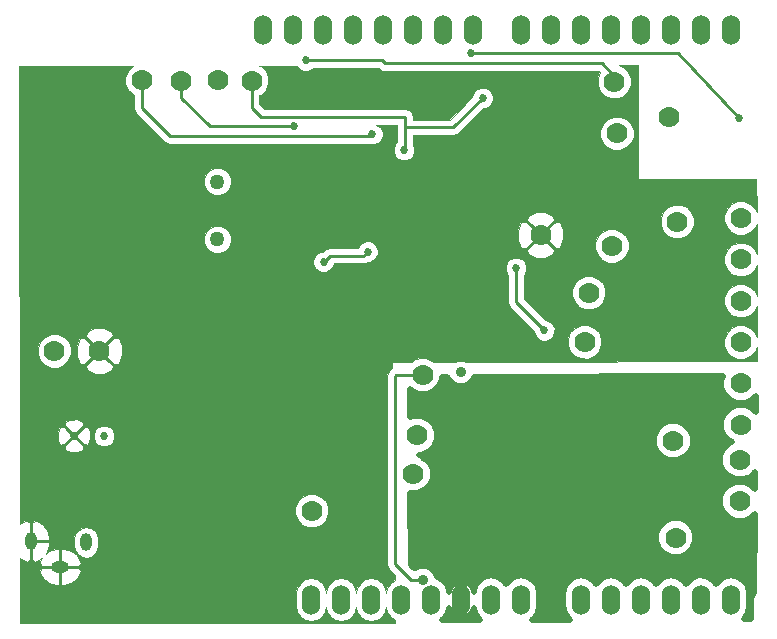
<source format=gbl>
G04 (created by PCBNEW (2013-07-07 BZR 4022)-stable) date 9/13/2014 1:49:31 PM*
%MOIN*%
G04 Gerber Fmt 3.4, Leading zero omitted, Abs format*
%FSLAX34Y34*%
G01*
G70*
G90*
G04 APERTURE LIST*
%ADD10C,0.00590551*%
%ADD11O,0.06X0.1*%
%ADD12C,0.0271654*%
%ADD13C,0.05*%
%ADD14C,0.07*%
%ADD15O,0.0393701X0.0590551*%
%ADD16O,0.0590551X0.0393701*%
%ADD17C,0.035*%
%ADD18C,0.027*%
%ADD19C,0.01*%
%ADD20C,0.001*%
%ADD21C,0.02*%
G04 APERTURE END LIST*
G54D10*
G54D11*
X75852Y-26535D03*
X74852Y-26535D03*
X73852Y-26535D03*
X72852Y-26535D03*
X71852Y-26535D03*
X70852Y-26535D03*
X69852Y-26535D03*
X68852Y-26535D03*
X73452Y-45535D03*
X72452Y-45535D03*
X71452Y-45535D03*
X70452Y-45535D03*
X74452Y-45535D03*
X75452Y-45535D03*
X76452Y-45535D03*
X77452Y-45535D03*
X79452Y-45535D03*
X80452Y-45535D03*
X81452Y-45535D03*
X82452Y-45535D03*
X83452Y-45535D03*
X84452Y-45535D03*
X84452Y-26535D03*
X83452Y-26535D03*
X82452Y-26535D03*
X81452Y-26535D03*
X80452Y-26535D03*
X79452Y-26535D03*
X78452Y-26535D03*
X77452Y-26535D03*
G54D12*
X62539Y-40070D03*
X63547Y-40074D03*
G54D13*
X67326Y-31602D03*
X67326Y-33523D03*
G54D14*
X84771Y-32813D03*
X84771Y-34191D03*
X84771Y-35569D03*
X84771Y-36947D03*
X84771Y-38325D03*
X84771Y-39703D03*
X84732Y-40876D03*
X84732Y-42254D03*
X82650Y-32930D03*
X70470Y-42570D03*
X79700Y-35300D03*
X78100Y-33380D03*
X73980Y-40060D03*
X67340Y-28200D03*
X66120Y-28230D03*
X64810Y-28220D03*
X68460Y-28230D03*
X82362Y-29448D03*
X80551Y-28267D03*
X79560Y-36940D03*
G54D15*
X61102Y-43582D03*
G54D16*
X62086Y-44448D03*
G54D15*
X62952Y-43622D03*
G54D14*
X74173Y-38031D03*
X82519Y-40236D03*
X82598Y-43464D03*
X73850Y-41340D03*
X80472Y-33740D03*
X80641Y-29988D03*
X61889Y-37244D03*
X63385Y-37244D03*
G54D17*
X74173Y-44881D03*
X75433Y-37952D03*
G54D18*
X75767Y-27320D03*
X84704Y-29468D03*
X69890Y-29760D03*
X72490Y-30020D03*
X72330Y-33930D03*
X70860Y-34270D03*
X78220Y-36560D03*
X77280Y-34480D03*
X76161Y-28811D03*
X73543Y-30551D03*
X70260Y-27560D03*
X70280Y-27560D03*
X69980Y-43550D03*
X69970Y-43550D03*
X76645Y-35735D03*
X73710Y-37030D03*
X71365Y-38220D03*
X79180Y-33360D03*
G54D17*
X78600Y-31800D03*
G54D18*
X73250Y-35170D03*
X73116Y-31406D03*
G54D17*
X66600Y-37600D03*
X66500Y-41400D03*
X64003Y-32039D03*
X65279Y-43480D03*
X75210Y-42750D03*
X74251Y-40787D03*
G54D19*
X74173Y-44881D02*
X73781Y-44881D01*
X73288Y-38031D02*
X74173Y-38031D01*
X73240Y-38080D02*
X73288Y-38031D01*
X73240Y-44340D02*
X73240Y-38080D01*
X73781Y-44881D02*
X73240Y-44340D01*
X75767Y-27320D02*
X75748Y-27339D01*
X75846Y-27320D02*
X75767Y-27320D01*
X82677Y-27320D02*
X75846Y-27320D01*
X84704Y-29468D02*
X82677Y-27320D01*
X80452Y-26811D02*
X80452Y-26535D01*
X66120Y-28220D02*
X66120Y-28810D01*
X67070Y-29760D02*
X69890Y-29760D01*
X66120Y-28810D02*
X67070Y-29760D01*
X64810Y-28220D02*
X64810Y-29160D01*
X72430Y-30080D02*
X72490Y-30020D01*
X65730Y-30080D02*
X72430Y-30080D01*
X64810Y-29160D02*
X65730Y-30080D01*
X72190Y-34070D02*
X72330Y-33930D01*
X71060Y-34070D02*
X72190Y-34070D01*
X70860Y-34270D02*
X71060Y-34070D01*
X78220Y-36560D02*
X77280Y-35620D01*
X77280Y-35620D02*
X77280Y-34480D01*
X75181Y-29791D02*
X73580Y-29791D01*
X76161Y-28811D02*
X75181Y-29791D01*
X73580Y-29440D02*
X73580Y-29791D01*
X73580Y-29791D02*
X73580Y-30000D01*
X73580Y-30000D02*
X73580Y-30514D01*
X68460Y-28230D02*
X68460Y-29130D01*
X68770Y-29440D02*
X73580Y-29440D01*
X68460Y-29130D02*
X68770Y-29440D01*
X73580Y-30514D02*
X73543Y-30551D01*
X80551Y-28267D02*
X80551Y-28071D01*
X70260Y-27560D02*
X70240Y-27540D01*
X70280Y-27560D02*
X70260Y-27560D01*
X72820Y-27560D02*
X70280Y-27560D01*
X72920Y-27660D02*
X72820Y-27560D01*
X80140Y-27660D02*
X72920Y-27660D01*
X80551Y-28071D02*
X80140Y-27660D01*
X69970Y-43550D02*
X69980Y-43550D01*
X76645Y-35735D02*
X76645Y-35750D01*
X73250Y-35170D02*
X73250Y-35160D01*
X73116Y-31406D02*
X73103Y-31406D01*
G54D10*
G36*
X85309Y-37573D02*
X83205Y-37583D01*
X83205Y-32820D01*
X83120Y-32616D01*
X82964Y-32459D01*
X82760Y-32375D01*
X82540Y-32374D01*
X82336Y-32459D01*
X82179Y-32615D01*
X82095Y-32819D01*
X82094Y-33039D01*
X82179Y-33243D01*
X82335Y-33400D01*
X82539Y-33484D01*
X82759Y-33485D01*
X82963Y-33400D01*
X83120Y-33244D01*
X83204Y-33040D01*
X83205Y-32820D01*
X83205Y-37583D01*
X81196Y-37591D01*
X81196Y-29878D01*
X81112Y-29674D01*
X80956Y-29517D01*
X80752Y-29433D01*
X80531Y-29433D01*
X80327Y-29517D01*
X80171Y-29673D01*
X80086Y-29877D01*
X80086Y-30098D01*
X80170Y-30302D01*
X80326Y-30458D01*
X80530Y-30543D01*
X80751Y-30543D01*
X80955Y-30458D01*
X81111Y-30302D01*
X81196Y-30099D01*
X81196Y-29878D01*
X81196Y-37591D01*
X81027Y-37592D01*
X81027Y-33630D01*
X80943Y-33426D01*
X80787Y-33269D01*
X80583Y-33185D01*
X80362Y-33185D01*
X80158Y-33269D01*
X80002Y-33425D01*
X79917Y-33629D01*
X79917Y-33850D01*
X80001Y-34054D01*
X80157Y-34210D01*
X80361Y-34295D01*
X80582Y-34295D01*
X80786Y-34210D01*
X80942Y-34054D01*
X81027Y-33851D01*
X81027Y-33630D01*
X81027Y-37592D01*
X80255Y-37595D01*
X80255Y-35190D01*
X80170Y-34986D01*
X80014Y-34829D01*
X79810Y-34745D01*
X79590Y-34744D01*
X79386Y-34829D01*
X79229Y-34985D01*
X79145Y-35189D01*
X79144Y-35409D01*
X79229Y-35613D01*
X79385Y-35770D01*
X79589Y-35854D01*
X79809Y-35855D01*
X80013Y-35770D01*
X80170Y-35614D01*
X80254Y-35410D01*
X80255Y-35190D01*
X80255Y-37595D01*
X80115Y-37596D01*
X80115Y-36830D01*
X80030Y-36626D01*
X79874Y-36469D01*
X79670Y-36385D01*
X79450Y-36384D01*
X79246Y-36469D01*
X79089Y-36625D01*
X79005Y-36829D01*
X79004Y-37049D01*
X79089Y-37253D01*
X79245Y-37410D01*
X79449Y-37494D01*
X79669Y-37495D01*
X79873Y-37410D01*
X80030Y-37254D01*
X80114Y-37050D01*
X80115Y-36830D01*
X80115Y-37596D01*
X78856Y-37602D01*
X78856Y-33520D01*
X78853Y-33220D01*
X78745Y-32960D01*
X78600Y-32936D01*
X78543Y-32992D01*
X78543Y-32879D01*
X78519Y-32734D01*
X78240Y-32623D01*
X77940Y-32626D01*
X77680Y-32734D01*
X77656Y-32879D01*
X78100Y-33323D01*
X78543Y-32879D01*
X78543Y-32992D01*
X78156Y-33380D01*
X78600Y-33823D01*
X78745Y-33799D01*
X78856Y-33520D01*
X78856Y-37602D01*
X78560Y-37603D01*
X78560Y-36492D01*
X78543Y-36452D01*
X78543Y-33880D01*
X78100Y-33436D01*
X78043Y-33493D01*
X78043Y-33380D01*
X77599Y-32936D01*
X77454Y-32960D01*
X77343Y-33239D01*
X77346Y-33539D01*
X77454Y-33799D01*
X77599Y-33823D01*
X78043Y-33380D01*
X78043Y-33493D01*
X77656Y-33880D01*
X77680Y-34025D01*
X77959Y-34136D01*
X78259Y-34133D01*
X78519Y-34025D01*
X78543Y-33880D01*
X78543Y-36452D01*
X78508Y-36367D01*
X78412Y-36271D01*
X78287Y-36220D01*
X78240Y-36220D01*
X77535Y-35514D01*
X77535Y-34705D01*
X77568Y-34672D01*
X77619Y-34547D01*
X77620Y-34412D01*
X77568Y-34287D01*
X77472Y-34191D01*
X77347Y-34140D01*
X77212Y-34139D01*
X77087Y-34191D01*
X76991Y-34287D01*
X76940Y-34412D01*
X76939Y-34547D01*
X76991Y-34672D01*
X77025Y-34705D01*
X77025Y-35620D01*
X77044Y-35717D01*
X77099Y-35800D01*
X77879Y-36580D01*
X77879Y-36627D01*
X77931Y-36752D01*
X78027Y-36848D01*
X78152Y-36899D01*
X78287Y-36900D01*
X78412Y-36848D01*
X78508Y-36752D01*
X78559Y-36627D01*
X78560Y-36492D01*
X78560Y-37603D01*
X75613Y-37616D01*
X75508Y-37572D01*
X75357Y-37572D01*
X75248Y-37617D01*
X74547Y-37620D01*
X74488Y-37561D01*
X74284Y-37476D01*
X74063Y-37476D01*
X73859Y-37560D01*
X73795Y-37624D01*
X73152Y-37626D01*
X73154Y-37820D01*
X73108Y-37851D01*
X73059Y-37899D01*
X73004Y-37982D01*
X72985Y-38080D01*
X72985Y-44340D01*
X73004Y-44437D01*
X73059Y-44520D01*
X73239Y-44699D01*
X73241Y-44867D01*
X73095Y-44964D01*
X72986Y-45128D01*
X72952Y-45296D01*
X72919Y-45128D01*
X72809Y-44964D01*
X72670Y-44871D01*
X72670Y-33862D01*
X72618Y-33737D01*
X72522Y-33641D01*
X72397Y-33590D01*
X72262Y-33589D01*
X72137Y-33641D01*
X72041Y-33737D01*
X72009Y-33815D01*
X71060Y-33815D01*
X70962Y-33834D01*
X70879Y-33889D01*
X70839Y-33929D01*
X70792Y-33929D01*
X70667Y-33981D01*
X70571Y-34077D01*
X70520Y-34202D01*
X70519Y-34337D01*
X70571Y-34462D01*
X70667Y-34558D01*
X70792Y-34609D01*
X70927Y-34610D01*
X71052Y-34558D01*
X71148Y-34462D01*
X71199Y-34337D01*
X71199Y-34325D01*
X72190Y-34325D01*
X72287Y-34305D01*
X72340Y-34270D01*
X72397Y-34270D01*
X72522Y-34218D01*
X72618Y-34122D01*
X72669Y-33997D01*
X72670Y-33862D01*
X72670Y-44871D01*
X72646Y-44855D01*
X72452Y-44816D01*
X72259Y-44855D01*
X72095Y-44964D01*
X71986Y-45128D01*
X71952Y-45296D01*
X71919Y-45128D01*
X71809Y-44964D01*
X71646Y-44855D01*
X71452Y-44816D01*
X71259Y-44855D01*
X71095Y-44964D01*
X71025Y-45070D01*
X71025Y-42460D01*
X70940Y-42256D01*
X70784Y-42099D01*
X70580Y-42015D01*
X70360Y-42014D01*
X70156Y-42099D01*
X69999Y-42255D01*
X69915Y-42459D01*
X69914Y-42679D01*
X69999Y-42883D01*
X70155Y-43040D01*
X70359Y-43124D01*
X70579Y-43125D01*
X70783Y-43040D01*
X70940Y-42884D01*
X71024Y-42680D01*
X71025Y-42460D01*
X71025Y-45070D01*
X70986Y-45128D01*
X70952Y-45296D01*
X70919Y-45128D01*
X70809Y-44964D01*
X70646Y-44855D01*
X70452Y-44816D01*
X70259Y-44855D01*
X70095Y-44964D01*
X69986Y-45128D01*
X69947Y-45321D01*
X69947Y-45749D01*
X69986Y-45942D01*
X70095Y-46106D01*
X70259Y-46215D01*
X70452Y-46254D01*
X70646Y-46215D01*
X70809Y-46106D01*
X70919Y-45942D01*
X70952Y-45774D01*
X70986Y-45942D01*
X71095Y-46106D01*
X71259Y-46215D01*
X71452Y-46254D01*
X71646Y-46215D01*
X71809Y-46106D01*
X71919Y-45942D01*
X71952Y-45774D01*
X71986Y-45942D01*
X72095Y-46106D01*
X72259Y-46215D01*
X72452Y-46254D01*
X72646Y-46215D01*
X72809Y-46106D01*
X72919Y-45942D01*
X72952Y-45774D01*
X72986Y-45942D01*
X73095Y-46106D01*
X73257Y-46214D01*
X73258Y-46307D01*
X67781Y-46307D01*
X67781Y-33433D01*
X67781Y-31512D01*
X67712Y-31344D01*
X67584Y-31216D01*
X67417Y-31147D01*
X67236Y-31147D01*
X67069Y-31216D01*
X66941Y-31344D01*
X66871Y-31511D01*
X66871Y-31692D01*
X66940Y-31859D01*
X67068Y-31987D01*
X67235Y-32057D01*
X67416Y-32057D01*
X67584Y-31988D01*
X67712Y-31860D01*
X67781Y-31693D01*
X67781Y-31512D01*
X67781Y-33433D01*
X67712Y-33266D01*
X67584Y-33138D01*
X67417Y-33068D01*
X67236Y-33068D01*
X67069Y-33137D01*
X66941Y-33265D01*
X66871Y-33432D01*
X66871Y-33613D01*
X66940Y-33781D01*
X67068Y-33909D01*
X67235Y-33978D01*
X67416Y-33978D01*
X67584Y-33909D01*
X67712Y-33781D01*
X67781Y-33614D01*
X67781Y-33433D01*
X67781Y-46307D01*
X64142Y-46307D01*
X64142Y-37384D01*
X64138Y-37084D01*
X64031Y-36824D01*
X63885Y-36800D01*
X63829Y-36857D01*
X63829Y-36743D01*
X63805Y-36598D01*
X63526Y-36487D01*
X63226Y-36491D01*
X62966Y-36598D01*
X62942Y-36743D01*
X63385Y-37187D01*
X63829Y-36743D01*
X63829Y-36857D01*
X63442Y-37244D01*
X63885Y-37687D01*
X64031Y-37663D01*
X64142Y-37384D01*
X64142Y-46307D01*
X63888Y-46307D01*
X63888Y-40007D01*
X63836Y-39881D01*
X63829Y-39875D01*
X63829Y-37744D01*
X63385Y-37300D01*
X63329Y-37357D01*
X63329Y-37244D01*
X62885Y-36800D01*
X62740Y-36824D01*
X62628Y-37103D01*
X62632Y-37403D01*
X62740Y-37663D01*
X62885Y-37687D01*
X63329Y-37244D01*
X63329Y-37357D01*
X62942Y-37744D01*
X62966Y-37889D01*
X63245Y-38000D01*
X63545Y-37997D01*
X63805Y-37889D01*
X63829Y-37744D01*
X63829Y-39875D01*
X63740Y-39786D01*
X63615Y-39734D01*
X63479Y-39733D01*
X63354Y-39785D01*
X63258Y-39881D01*
X63206Y-40006D01*
X63206Y-40142D01*
X63258Y-40267D01*
X63353Y-40363D01*
X63479Y-40415D01*
X63614Y-40415D01*
X63740Y-40363D01*
X63836Y-40268D01*
X63888Y-40142D01*
X63888Y-40007D01*
X63888Y-46307D01*
X63354Y-46307D01*
X63354Y-43730D01*
X63354Y-43513D01*
X63324Y-43360D01*
X63236Y-43229D01*
X63106Y-43142D01*
X63083Y-43137D01*
X63083Y-40160D01*
X63076Y-39945D01*
X63007Y-39779D01*
X62884Y-39782D01*
X62830Y-39836D01*
X62830Y-39602D01*
X62628Y-39526D01*
X62444Y-39532D01*
X62444Y-37134D01*
X62360Y-36930D01*
X62204Y-36773D01*
X62000Y-36689D01*
X61779Y-36688D01*
X61575Y-36773D01*
X61419Y-36929D01*
X61334Y-37133D01*
X61334Y-37354D01*
X61418Y-37558D01*
X61574Y-37714D01*
X61778Y-37798D01*
X61999Y-37799D01*
X62203Y-37714D01*
X62359Y-37558D01*
X62444Y-37354D01*
X62444Y-37134D01*
X62444Y-39532D01*
X62413Y-39533D01*
X62248Y-39602D01*
X62250Y-39725D01*
X62539Y-40014D01*
X62828Y-39725D01*
X62830Y-39602D01*
X62830Y-39836D01*
X62595Y-40070D01*
X62884Y-40359D01*
X63007Y-40361D01*
X63083Y-40160D01*
X63083Y-43137D01*
X62952Y-43111D01*
X62830Y-43136D01*
X62830Y-40539D01*
X62828Y-40416D01*
X62539Y-40127D01*
X62482Y-40184D01*
X62482Y-40070D01*
X62194Y-39782D01*
X62070Y-39779D01*
X61995Y-39981D01*
X62002Y-40196D01*
X62070Y-40361D01*
X62194Y-40359D01*
X62482Y-40070D01*
X62482Y-40184D01*
X62250Y-40416D01*
X62248Y-40539D01*
X62449Y-40614D01*
X62664Y-40607D01*
X62830Y-40539D01*
X62830Y-43136D01*
X62798Y-43142D01*
X62668Y-43229D01*
X62581Y-43360D01*
X62550Y-43513D01*
X62550Y-43730D01*
X62581Y-43884D01*
X62668Y-44014D01*
X62798Y-44101D01*
X62952Y-44132D01*
X63106Y-44101D01*
X63236Y-44014D01*
X63324Y-43884D01*
X63354Y-43730D01*
X63354Y-46307D01*
X62771Y-46307D01*
X62771Y-44582D01*
X62771Y-44315D01*
X62756Y-44255D01*
X62638Y-44051D01*
X62452Y-43908D01*
X62225Y-43846D01*
X62126Y-43846D01*
X62126Y-44408D01*
X62684Y-44408D01*
X62771Y-44315D01*
X62771Y-44582D01*
X62684Y-44488D01*
X62126Y-44488D01*
X62126Y-45050D01*
X62225Y-45050D01*
X62452Y-44989D01*
X62638Y-44846D01*
X62756Y-44642D01*
X62771Y-44582D01*
X62771Y-46307D01*
X62046Y-46307D01*
X62046Y-45050D01*
X62046Y-44488D01*
X62046Y-44408D01*
X62046Y-43846D01*
X61948Y-43846D01*
X61720Y-43908D01*
X61606Y-43996D01*
X61643Y-43948D01*
X61704Y-43721D01*
X61704Y-43622D01*
X61704Y-43542D01*
X61704Y-43444D01*
X61643Y-43216D01*
X61499Y-43030D01*
X61295Y-42912D01*
X61235Y-42897D01*
X61142Y-42985D01*
X61142Y-43542D01*
X61704Y-43542D01*
X61704Y-43622D01*
X61142Y-43622D01*
X61142Y-44180D01*
X61235Y-44267D01*
X61295Y-44252D01*
X61479Y-44146D01*
X61416Y-44255D01*
X61401Y-44315D01*
X61489Y-44408D01*
X62046Y-44408D01*
X62046Y-44488D01*
X61489Y-44488D01*
X61401Y-44582D01*
X61416Y-44642D01*
X61534Y-44846D01*
X61720Y-44989D01*
X61948Y-45050D01*
X62046Y-45050D01*
X62046Y-46307D01*
X60743Y-46307D01*
X60740Y-44155D01*
X60908Y-44252D01*
X60968Y-44267D01*
X61062Y-44180D01*
X61062Y-43622D01*
X61054Y-43622D01*
X61054Y-43542D01*
X61062Y-43542D01*
X61062Y-42985D01*
X60968Y-42897D01*
X60908Y-42912D01*
X60739Y-43010D01*
X60723Y-27745D01*
X64514Y-27741D01*
X64496Y-27749D01*
X64339Y-27905D01*
X64255Y-28109D01*
X64254Y-28329D01*
X64339Y-28533D01*
X64495Y-28690D01*
X64555Y-28715D01*
X64555Y-29160D01*
X64574Y-29257D01*
X64629Y-29340D01*
X65549Y-30260D01*
X65632Y-30315D01*
X65730Y-30335D01*
X72362Y-30335D01*
X72422Y-30359D01*
X72557Y-30360D01*
X72682Y-30308D01*
X72778Y-30212D01*
X72829Y-30087D01*
X72830Y-29952D01*
X72778Y-29827D01*
X72682Y-29731D01*
X72593Y-29695D01*
X73325Y-29695D01*
X73325Y-29791D01*
X73325Y-30000D01*
X73325Y-30288D01*
X73255Y-30358D01*
X73203Y-30483D01*
X73203Y-30618D01*
X73254Y-30743D01*
X73350Y-30839D01*
X73475Y-30891D01*
X73610Y-30891D01*
X73735Y-30839D01*
X73831Y-30744D01*
X73883Y-30619D01*
X73883Y-30483D01*
X73835Y-30366D01*
X73835Y-30046D01*
X75181Y-30046D01*
X75278Y-30026D01*
X75361Y-29971D01*
X76182Y-29151D01*
X76228Y-29151D01*
X76353Y-29099D01*
X76449Y-29003D01*
X76501Y-28878D01*
X76501Y-28743D01*
X76449Y-28618D01*
X76354Y-28522D01*
X76229Y-28471D01*
X76094Y-28470D01*
X75969Y-28522D01*
X75873Y-28618D01*
X75821Y-28743D01*
X75821Y-28790D01*
X75075Y-29536D01*
X73835Y-29536D01*
X73835Y-29440D01*
X73815Y-29342D01*
X73760Y-29259D01*
X73677Y-29204D01*
X73580Y-29185D01*
X68875Y-29185D01*
X68715Y-29024D01*
X68715Y-28725D01*
X68773Y-28700D01*
X68930Y-28544D01*
X69014Y-28340D01*
X69015Y-28120D01*
X68930Y-27916D01*
X68774Y-27759D01*
X68721Y-27737D01*
X69964Y-27736D01*
X69971Y-27752D01*
X70067Y-27848D01*
X70192Y-27899D01*
X70327Y-27900D01*
X70327Y-27900D01*
X70347Y-27900D01*
X70472Y-27848D01*
X70505Y-27815D01*
X72714Y-27815D01*
X72739Y-27840D01*
X72822Y-27895D01*
X72920Y-27915D01*
X80034Y-27915D01*
X80078Y-27959D01*
X79996Y-28156D01*
X79996Y-28377D01*
X80080Y-28581D01*
X80236Y-28737D01*
X80440Y-28822D01*
X80661Y-28822D01*
X80865Y-28738D01*
X81021Y-28582D01*
X81106Y-28378D01*
X81106Y-28157D01*
X81021Y-27953D01*
X80865Y-27797D01*
X80694Y-27726D01*
X81353Y-27725D01*
X81333Y-31510D01*
X85290Y-31510D01*
X85293Y-32624D01*
X85242Y-32499D01*
X85086Y-32343D01*
X84882Y-32258D01*
X84661Y-32258D01*
X84457Y-32342D01*
X84301Y-32498D01*
X84216Y-32702D01*
X84216Y-32923D01*
X84300Y-33127D01*
X84456Y-33283D01*
X84660Y-33368D01*
X84881Y-33368D01*
X85085Y-33284D01*
X85241Y-33128D01*
X85295Y-32999D01*
X85298Y-34013D01*
X85242Y-33877D01*
X85086Y-33721D01*
X84882Y-33636D01*
X84661Y-33636D01*
X84457Y-33720D01*
X84301Y-33876D01*
X84216Y-34080D01*
X84216Y-34301D01*
X84300Y-34505D01*
X84456Y-34661D01*
X84660Y-34746D01*
X84881Y-34746D01*
X85085Y-34662D01*
X85241Y-34506D01*
X85299Y-34367D01*
X85302Y-35402D01*
X85242Y-35255D01*
X85086Y-35099D01*
X84882Y-35014D01*
X84661Y-35014D01*
X84457Y-35098D01*
X84301Y-35254D01*
X84216Y-35458D01*
X84216Y-35679D01*
X84300Y-35883D01*
X84456Y-36039D01*
X84660Y-36124D01*
X84881Y-36124D01*
X85085Y-36040D01*
X85241Y-35884D01*
X85303Y-35734D01*
X85307Y-36791D01*
X85242Y-36633D01*
X85086Y-36477D01*
X84882Y-36392D01*
X84661Y-36392D01*
X84457Y-36476D01*
X84301Y-36632D01*
X84216Y-36836D01*
X84216Y-37057D01*
X84300Y-37261D01*
X84456Y-37417D01*
X84660Y-37502D01*
X84881Y-37502D01*
X85085Y-37418D01*
X85241Y-37262D01*
X85308Y-37101D01*
X85309Y-37573D01*
X85309Y-37573D01*
G37*
G54D20*
X85309Y-37573D02*
X83205Y-37583D01*
X83205Y-32820D01*
X83120Y-32616D01*
X82964Y-32459D01*
X82760Y-32375D01*
X82540Y-32374D01*
X82336Y-32459D01*
X82179Y-32615D01*
X82095Y-32819D01*
X82094Y-33039D01*
X82179Y-33243D01*
X82335Y-33400D01*
X82539Y-33484D01*
X82759Y-33485D01*
X82963Y-33400D01*
X83120Y-33244D01*
X83204Y-33040D01*
X83205Y-32820D01*
X83205Y-37583D01*
X81196Y-37591D01*
X81196Y-29878D01*
X81112Y-29674D01*
X80956Y-29517D01*
X80752Y-29433D01*
X80531Y-29433D01*
X80327Y-29517D01*
X80171Y-29673D01*
X80086Y-29877D01*
X80086Y-30098D01*
X80170Y-30302D01*
X80326Y-30458D01*
X80530Y-30543D01*
X80751Y-30543D01*
X80955Y-30458D01*
X81111Y-30302D01*
X81196Y-30099D01*
X81196Y-29878D01*
X81196Y-37591D01*
X81027Y-37592D01*
X81027Y-33630D01*
X80943Y-33426D01*
X80787Y-33269D01*
X80583Y-33185D01*
X80362Y-33185D01*
X80158Y-33269D01*
X80002Y-33425D01*
X79917Y-33629D01*
X79917Y-33850D01*
X80001Y-34054D01*
X80157Y-34210D01*
X80361Y-34295D01*
X80582Y-34295D01*
X80786Y-34210D01*
X80942Y-34054D01*
X81027Y-33851D01*
X81027Y-33630D01*
X81027Y-37592D01*
X80255Y-37595D01*
X80255Y-35190D01*
X80170Y-34986D01*
X80014Y-34829D01*
X79810Y-34745D01*
X79590Y-34744D01*
X79386Y-34829D01*
X79229Y-34985D01*
X79145Y-35189D01*
X79144Y-35409D01*
X79229Y-35613D01*
X79385Y-35770D01*
X79589Y-35854D01*
X79809Y-35855D01*
X80013Y-35770D01*
X80170Y-35614D01*
X80254Y-35410D01*
X80255Y-35190D01*
X80255Y-37595D01*
X80115Y-37596D01*
X80115Y-36830D01*
X80030Y-36626D01*
X79874Y-36469D01*
X79670Y-36385D01*
X79450Y-36384D01*
X79246Y-36469D01*
X79089Y-36625D01*
X79005Y-36829D01*
X79004Y-37049D01*
X79089Y-37253D01*
X79245Y-37410D01*
X79449Y-37494D01*
X79669Y-37495D01*
X79873Y-37410D01*
X80030Y-37254D01*
X80114Y-37050D01*
X80115Y-36830D01*
X80115Y-37596D01*
X78856Y-37602D01*
X78856Y-33520D01*
X78853Y-33220D01*
X78745Y-32960D01*
X78600Y-32936D01*
X78543Y-32992D01*
X78543Y-32879D01*
X78519Y-32734D01*
X78240Y-32623D01*
X77940Y-32626D01*
X77680Y-32734D01*
X77656Y-32879D01*
X78100Y-33323D01*
X78543Y-32879D01*
X78543Y-32992D01*
X78156Y-33380D01*
X78600Y-33823D01*
X78745Y-33799D01*
X78856Y-33520D01*
X78856Y-37602D01*
X78560Y-37603D01*
X78560Y-36492D01*
X78543Y-36452D01*
X78543Y-33880D01*
X78100Y-33436D01*
X78043Y-33493D01*
X78043Y-33380D01*
X77599Y-32936D01*
X77454Y-32960D01*
X77343Y-33239D01*
X77346Y-33539D01*
X77454Y-33799D01*
X77599Y-33823D01*
X78043Y-33380D01*
X78043Y-33493D01*
X77656Y-33880D01*
X77680Y-34025D01*
X77959Y-34136D01*
X78259Y-34133D01*
X78519Y-34025D01*
X78543Y-33880D01*
X78543Y-36452D01*
X78508Y-36367D01*
X78412Y-36271D01*
X78287Y-36220D01*
X78240Y-36220D01*
X77535Y-35514D01*
X77535Y-34705D01*
X77568Y-34672D01*
X77619Y-34547D01*
X77620Y-34412D01*
X77568Y-34287D01*
X77472Y-34191D01*
X77347Y-34140D01*
X77212Y-34139D01*
X77087Y-34191D01*
X76991Y-34287D01*
X76940Y-34412D01*
X76939Y-34547D01*
X76991Y-34672D01*
X77025Y-34705D01*
X77025Y-35620D01*
X77044Y-35717D01*
X77099Y-35800D01*
X77879Y-36580D01*
X77879Y-36627D01*
X77931Y-36752D01*
X78027Y-36848D01*
X78152Y-36899D01*
X78287Y-36900D01*
X78412Y-36848D01*
X78508Y-36752D01*
X78559Y-36627D01*
X78560Y-36492D01*
X78560Y-37603D01*
X75613Y-37616D01*
X75508Y-37572D01*
X75357Y-37572D01*
X75248Y-37617D01*
X74547Y-37620D01*
X74488Y-37561D01*
X74284Y-37476D01*
X74063Y-37476D01*
X73859Y-37560D01*
X73795Y-37624D01*
X73152Y-37626D01*
X73154Y-37820D01*
X73108Y-37851D01*
X73059Y-37899D01*
X73004Y-37982D01*
X72985Y-38080D01*
X72985Y-44340D01*
X73004Y-44437D01*
X73059Y-44520D01*
X73239Y-44699D01*
X73241Y-44867D01*
X73095Y-44964D01*
X72986Y-45128D01*
X72952Y-45296D01*
X72919Y-45128D01*
X72809Y-44964D01*
X72670Y-44871D01*
X72670Y-33862D01*
X72618Y-33737D01*
X72522Y-33641D01*
X72397Y-33590D01*
X72262Y-33589D01*
X72137Y-33641D01*
X72041Y-33737D01*
X72009Y-33815D01*
X71060Y-33815D01*
X70962Y-33834D01*
X70879Y-33889D01*
X70839Y-33929D01*
X70792Y-33929D01*
X70667Y-33981D01*
X70571Y-34077D01*
X70520Y-34202D01*
X70519Y-34337D01*
X70571Y-34462D01*
X70667Y-34558D01*
X70792Y-34609D01*
X70927Y-34610D01*
X71052Y-34558D01*
X71148Y-34462D01*
X71199Y-34337D01*
X71199Y-34325D01*
X72190Y-34325D01*
X72287Y-34305D01*
X72340Y-34270D01*
X72397Y-34270D01*
X72522Y-34218D01*
X72618Y-34122D01*
X72669Y-33997D01*
X72670Y-33862D01*
X72670Y-44871D01*
X72646Y-44855D01*
X72452Y-44816D01*
X72259Y-44855D01*
X72095Y-44964D01*
X71986Y-45128D01*
X71952Y-45296D01*
X71919Y-45128D01*
X71809Y-44964D01*
X71646Y-44855D01*
X71452Y-44816D01*
X71259Y-44855D01*
X71095Y-44964D01*
X71025Y-45070D01*
X71025Y-42460D01*
X70940Y-42256D01*
X70784Y-42099D01*
X70580Y-42015D01*
X70360Y-42014D01*
X70156Y-42099D01*
X69999Y-42255D01*
X69915Y-42459D01*
X69914Y-42679D01*
X69999Y-42883D01*
X70155Y-43040D01*
X70359Y-43124D01*
X70579Y-43125D01*
X70783Y-43040D01*
X70940Y-42884D01*
X71024Y-42680D01*
X71025Y-42460D01*
X71025Y-45070D01*
X70986Y-45128D01*
X70952Y-45296D01*
X70919Y-45128D01*
X70809Y-44964D01*
X70646Y-44855D01*
X70452Y-44816D01*
X70259Y-44855D01*
X70095Y-44964D01*
X69986Y-45128D01*
X69947Y-45321D01*
X69947Y-45749D01*
X69986Y-45942D01*
X70095Y-46106D01*
X70259Y-46215D01*
X70452Y-46254D01*
X70646Y-46215D01*
X70809Y-46106D01*
X70919Y-45942D01*
X70952Y-45774D01*
X70986Y-45942D01*
X71095Y-46106D01*
X71259Y-46215D01*
X71452Y-46254D01*
X71646Y-46215D01*
X71809Y-46106D01*
X71919Y-45942D01*
X71952Y-45774D01*
X71986Y-45942D01*
X72095Y-46106D01*
X72259Y-46215D01*
X72452Y-46254D01*
X72646Y-46215D01*
X72809Y-46106D01*
X72919Y-45942D01*
X72952Y-45774D01*
X72986Y-45942D01*
X73095Y-46106D01*
X73257Y-46214D01*
X73258Y-46307D01*
X67781Y-46307D01*
X67781Y-33433D01*
X67781Y-31512D01*
X67712Y-31344D01*
X67584Y-31216D01*
X67417Y-31147D01*
X67236Y-31147D01*
X67069Y-31216D01*
X66941Y-31344D01*
X66871Y-31511D01*
X66871Y-31692D01*
X66940Y-31859D01*
X67068Y-31987D01*
X67235Y-32057D01*
X67416Y-32057D01*
X67584Y-31988D01*
X67712Y-31860D01*
X67781Y-31693D01*
X67781Y-31512D01*
X67781Y-33433D01*
X67712Y-33266D01*
X67584Y-33138D01*
X67417Y-33068D01*
X67236Y-33068D01*
X67069Y-33137D01*
X66941Y-33265D01*
X66871Y-33432D01*
X66871Y-33613D01*
X66940Y-33781D01*
X67068Y-33909D01*
X67235Y-33978D01*
X67416Y-33978D01*
X67584Y-33909D01*
X67712Y-33781D01*
X67781Y-33614D01*
X67781Y-33433D01*
X67781Y-46307D01*
X64142Y-46307D01*
X64142Y-37384D01*
X64138Y-37084D01*
X64031Y-36824D01*
X63885Y-36800D01*
X63829Y-36857D01*
X63829Y-36743D01*
X63805Y-36598D01*
X63526Y-36487D01*
X63226Y-36491D01*
X62966Y-36598D01*
X62942Y-36743D01*
X63385Y-37187D01*
X63829Y-36743D01*
X63829Y-36857D01*
X63442Y-37244D01*
X63885Y-37687D01*
X64031Y-37663D01*
X64142Y-37384D01*
X64142Y-46307D01*
X63888Y-46307D01*
X63888Y-40007D01*
X63836Y-39881D01*
X63829Y-39875D01*
X63829Y-37744D01*
X63385Y-37300D01*
X63329Y-37357D01*
X63329Y-37244D01*
X62885Y-36800D01*
X62740Y-36824D01*
X62628Y-37103D01*
X62632Y-37403D01*
X62740Y-37663D01*
X62885Y-37687D01*
X63329Y-37244D01*
X63329Y-37357D01*
X62942Y-37744D01*
X62966Y-37889D01*
X63245Y-38000D01*
X63545Y-37997D01*
X63805Y-37889D01*
X63829Y-37744D01*
X63829Y-39875D01*
X63740Y-39786D01*
X63615Y-39734D01*
X63479Y-39733D01*
X63354Y-39785D01*
X63258Y-39881D01*
X63206Y-40006D01*
X63206Y-40142D01*
X63258Y-40267D01*
X63353Y-40363D01*
X63479Y-40415D01*
X63614Y-40415D01*
X63740Y-40363D01*
X63836Y-40268D01*
X63888Y-40142D01*
X63888Y-40007D01*
X63888Y-46307D01*
X63354Y-46307D01*
X63354Y-43730D01*
X63354Y-43513D01*
X63324Y-43360D01*
X63236Y-43229D01*
X63106Y-43142D01*
X63083Y-43137D01*
X63083Y-40160D01*
X63076Y-39945D01*
X63007Y-39779D01*
X62884Y-39782D01*
X62830Y-39836D01*
X62830Y-39602D01*
X62628Y-39526D01*
X62444Y-39532D01*
X62444Y-37134D01*
X62360Y-36930D01*
X62204Y-36773D01*
X62000Y-36689D01*
X61779Y-36688D01*
X61575Y-36773D01*
X61419Y-36929D01*
X61334Y-37133D01*
X61334Y-37354D01*
X61418Y-37558D01*
X61574Y-37714D01*
X61778Y-37798D01*
X61999Y-37799D01*
X62203Y-37714D01*
X62359Y-37558D01*
X62444Y-37354D01*
X62444Y-37134D01*
X62444Y-39532D01*
X62413Y-39533D01*
X62248Y-39602D01*
X62250Y-39725D01*
X62539Y-40014D01*
X62828Y-39725D01*
X62830Y-39602D01*
X62830Y-39836D01*
X62595Y-40070D01*
X62884Y-40359D01*
X63007Y-40361D01*
X63083Y-40160D01*
X63083Y-43137D01*
X62952Y-43111D01*
X62830Y-43136D01*
X62830Y-40539D01*
X62828Y-40416D01*
X62539Y-40127D01*
X62482Y-40184D01*
X62482Y-40070D01*
X62194Y-39782D01*
X62070Y-39779D01*
X61995Y-39981D01*
X62002Y-40196D01*
X62070Y-40361D01*
X62194Y-40359D01*
X62482Y-40070D01*
X62482Y-40184D01*
X62250Y-40416D01*
X62248Y-40539D01*
X62449Y-40614D01*
X62664Y-40607D01*
X62830Y-40539D01*
X62830Y-43136D01*
X62798Y-43142D01*
X62668Y-43229D01*
X62581Y-43360D01*
X62550Y-43513D01*
X62550Y-43730D01*
X62581Y-43884D01*
X62668Y-44014D01*
X62798Y-44101D01*
X62952Y-44132D01*
X63106Y-44101D01*
X63236Y-44014D01*
X63324Y-43884D01*
X63354Y-43730D01*
X63354Y-46307D01*
X62771Y-46307D01*
X62771Y-44582D01*
X62771Y-44315D01*
X62756Y-44255D01*
X62638Y-44051D01*
X62452Y-43908D01*
X62225Y-43846D01*
X62126Y-43846D01*
X62126Y-44408D01*
X62684Y-44408D01*
X62771Y-44315D01*
X62771Y-44582D01*
X62684Y-44488D01*
X62126Y-44488D01*
X62126Y-45050D01*
X62225Y-45050D01*
X62452Y-44989D01*
X62638Y-44846D01*
X62756Y-44642D01*
X62771Y-44582D01*
X62771Y-46307D01*
X62046Y-46307D01*
X62046Y-45050D01*
X62046Y-44488D01*
X62046Y-44408D01*
X62046Y-43846D01*
X61948Y-43846D01*
X61720Y-43908D01*
X61606Y-43996D01*
X61643Y-43948D01*
X61704Y-43721D01*
X61704Y-43622D01*
X61704Y-43542D01*
X61704Y-43444D01*
X61643Y-43216D01*
X61499Y-43030D01*
X61295Y-42912D01*
X61235Y-42897D01*
X61142Y-42985D01*
X61142Y-43542D01*
X61704Y-43542D01*
X61704Y-43622D01*
X61142Y-43622D01*
X61142Y-44180D01*
X61235Y-44267D01*
X61295Y-44252D01*
X61479Y-44146D01*
X61416Y-44255D01*
X61401Y-44315D01*
X61489Y-44408D01*
X62046Y-44408D01*
X62046Y-44488D01*
X61489Y-44488D01*
X61401Y-44582D01*
X61416Y-44642D01*
X61534Y-44846D01*
X61720Y-44989D01*
X61948Y-45050D01*
X62046Y-45050D01*
X62046Y-46307D01*
X60743Y-46307D01*
X60740Y-44155D01*
X60908Y-44252D01*
X60968Y-44267D01*
X61062Y-44180D01*
X61062Y-43622D01*
X61054Y-43622D01*
X61054Y-43542D01*
X61062Y-43542D01*
X61062Y-42985D01*
X60968Y-42897D01*
X60908Y-42912D01*
X60739Y-43010D01*
X60723Y-27745D01*
X64514Y-27741D01*
X64496Y-27749D01*
X64339Y-27905D01*
X64255Y-28109D01*
X64254Y-28329D01*
X64339Y-28533D01*
X64495Y-28690D01*
X64555Y-28715D01*
X64555Y-29160D01*
X64574Y-29257D01*
X64629Y-29340D01*
X65549Y-30260D01*
X65632Y-30315D01*
X65730Y-30335D01*
X72362Y-30335D01*
X72422Y-30359D01*
X72557Y-30360D01*
X72682Y-30308D01*
X72778Y-30212D01*
X72829Y-30087D01*
X72830Y-29952D01*
X72778Y-29827D01*
X72682Y-29731D01*
X72593Y-29695D01*
X73325Y-29695D01*
X73325Y-29791D01*
X73325Y-30000D01*
X73325Y-30288D01*
X73255Y-30358D01*
X73203Y-30483D01*
X73203Y-30618D01*
X73254Y-30743D01*
X73350Y-30839D01*
X73475Y-30891D01*
X73610Y-30891D01*
X73735Y-30839D01*
X73831Y-30744D01*
X73883Y-30619D01*
X73883Y-30483D01*
X73835Y-30366D01*
X73835Y-30046D01*
X75181Y-30046D01*
X75278Y-30026D01*
X75361Y-29971D01*
X76182Y-29151D01*
X76228Y-29151D01*
X76353Y-29099D01*
X76449Y-29003D01*
X76501Y-28878D01*
X76501Y-28743D01*
X76449Y-28618D01*
X76354Y-28522D01*
X76229Y-28471D01*
X76094Y-28470D01*
X75969Y-28522D01*
X75873Y-28618D01*
X75821Y-28743D01*
X75821Y-28790D01*
X75075Y-29536D01*
X73835Y-29536D01*
X73835Y-29440D01*
X73815Y-29342D01*
X73760Y-29259D01*
X73677Y-29204D01*
X73580Y-29185D01*
X68875Y-29185D01*
X68715Y-29024D01*
X68715Y-28725D01*
X68773Y-28700D01*
X68930Y-28544D01*
X69014Y-28340D01*
X69015Y-28120D01*
X68930Y-27916D01*
X68774Y-27759D01*
X68721Y-27737D01*
X69964Y-27736D01*
X69971Y-27752D01*
X70067Y-27848D01*
X70192Y-27899D01*
X70327Y-27900D01*
X70327Y-27900D01*
X70347Y-27900D01*
X70472Y-27848D01*
X70505Y-27815D01*
X72714Y-27815D01*
X72739Y-27840D01*
X72822Y-27895D01*
X72920Y-27915D01*
X80034Y-27915D01*
X80078Y-27959D01*
X79996Y-28156D01*
X79996Y-28377D01*
X80080Y-28581D01*
X80236Y-28737D01*
X80440Y-28822D01*
X80661Y-28822D01*
X80865Y-28738D01*
X81021Y-28582D01*
X81106Y-28378D01*
X81106Y-28157D01*
X81021Y-27953D01*
X80865Y-27797D01*
X80694Y-27726D01*
X81353Y-27725D01*
X81333Y-31510D01*
X85290Y-31510D01*
X85293Y-32624D01*
X85242Y-32499D01*
X85086Y-32343D01*
X84882Y-32258D01*
X84661Y-32258D01*
X84457Y-32342D01*
X84301Y-32498D01*
X84216Y-32702D01*
X84216Y-32923D01*
X84300Y-33127D01*
X84456Y-33283D01*
X84660Y-33368D01*
X84881Y-33368D01*
X85085Y-33284D01*
X85241Y-33128D01*
X85295Y-32999D01*
X85298Y-34013D01*
X85242Y-33877D01*
X85086Y-33721D01*
X84882Y-33636D01*
X84661Y-33636D01*
X84457Y-33720D01*
X84301Y-33876D01*
X84216Y-34080D01*
X84216Y-34301D01*
X84300Y-34505D01*
X84456Y-34661D01*
X84660Y-34746D01*
X84881Y-34746D01*
X85085Y-34662D01*
X85241Y-34506D01*
X85299Y-34367D01*
X85302Y-35402D01*
X85242Y-35255D01*
X85086Y-35099D01*
X84882Y-35014D01*
X84661Y-35014D01*
X84457Y-35098D01*
X84301Y-35254D01*
X84216Y-35458D01*
X84216Y-35679D01*
X84300Y-35883D01*
X84456Y-36039D01*
X84660Y-36124D01*
X84881Y-36124D01*
X85085Y-36040D01*
X85241Y-35884D01*
X85303Y-35734D01*
X85307Y-36791D01*
X85242Y-36633D01*
X85086Y-36477D01*
X84882Y-36392D01*
X84661Y-36392D01*
X84457Y-36476D01*
X84301Y-36632D01*
X84216Y-36836D01*
X84216Y-37057D01*
X84300Y-37261D01*
X84456Y-37417D01*
X84660Y-37502D01*
X84881Y-37502D01*
X85085Y-37418D01*
X85241Y-37262D01*
X85308Y-37101D01*
X85309Y-37573D01*
G54D10*
G36*
X85273Y-38742D02*
X85269Y-39281D01*
X85140Y-39152D01*
X84901Y-39053D01*
X84642Y-39053D01*
X84403Y-39152D01*
X84220Y-39334D01*
X84121Y-39573D01*
X84121Y-39832D01*
X84220Y-40071D01*
X84402Y-40254D01*
X84469Y-40281D01*
X84364Y-40325D01*
X84181Y-40508D01*
X84082Y-40746D01*
X84081Y-41005D01*
X84180Y-41244D01*
X84363Y-41427D01*
X84602Y-41526D01*
X84860Y-41526D01*
X85099Y-41428D01*
X85252Y-41275D01*
X85247Y-41850D01*
X85100Y-41703D01*
X84861Y-41604D01*
X84603Y-41604D01*
X84364Y-41703D01*
X84181Y-41885D01*
X84082Y-42124D01*
X84081Y-42383D01*
X84180Y-42622D01*
X84363Y-42805D01*
X84602Y-42904D01*
X84860Y-42904D01*
X85099Y-42806D01*
X85240Y-42665D01*
X85218Y-45308D01*
X85148Y-45413D01*
X85123Y-45540D01*
X85123Y-46171D01*
X84878Y-46172D01*
X85007Y-45980D01*
X85052Y-45751D01*
X85052Y-45319D01*
X85007Y-45090D01*
X84877Y-44895D01*
X84682Y-44765D01*
X84452Y-44719D01*
X84223Y-44765D01*
X84028Y-44895D01*
X83952Y-45008D01*
X83877Y-44895D01*
X83682Y-44765D01*
X83452Y-44719D01*
X83248Y-44760D01*
X83248Y-43335D01*
X83169Y-43145D01*
X83169Y-40107D01*
X83071Y-39868D01*
X82888Y-39685D01*
X82649Y-39586D01*
X82390Y-39586D01*
X82151Y-39684D01*
X81968Y-39867D01*
X81869Y-40106D01*
X81869Y-40364D01*
X81968Y-40603D01*
X82151Y-40786D01*
X82389Y-40886D01*
X82648Y-40886D01*
X82887Y-40787D01*
X83070Y-40604D01*
X83169Y-40366D01*
X83169Y-40107D01*
X83169Y-43145D01*
X83149Y-43096D01*
X82967Y-42913D01*
X82728Y-42814D01*
X82469Y-42814D01*
X82230Y-42913D01*
X82047Y-43095D01*
X81948Y-43334D01*
X81948Y-43593D01*
X82047Y-43832D01*
X82229Y-44015D01*
X82468Y-44114D01*
X82727Y-44114D01*
X82966Y-44015D01*
X83149Y-43833D01*
X83248Y-43594D01*
X83248Y-43335D01*
X83248Y-44760D01*
X83223Y-44765D01*
X83028Y-44895D01*
X82952Y-45008D01*
X82877Y-44895D01*
X82682Y-44765D01*
X82452Y-44719D01*
X82223Y-44765D01*
X82028Y-44895D01*
X81952Y-45008D01*
X81877Y-44895D01*
X81682Y-44765D01*
X81452Y-44719D01*
X81223Y-44765D01*
X81028Y-44895D01*
X80952Y-45008D01*
X80877Y-44895D01*
X80682Y-44765D01*
X80452Y-44719D01*
X80223Y-44765D01*
X80028Y-44895D01*
X79952Y-45008D01*
X79877Y-44895D01*
X79682Y-44765D01*
X79452Y-44719D01*
X79223Y-44765D01*
X79028Y-44895D01*
X78898Y-45090D01*
X78852Y-45319D01*
X78852Y-45751D01*
X78898Y-45980D01*
X79028Y-46175D01*
X79083Y-46212D01*
X77822Y-46212D01*
X77877Y-46175D01*
X78007Y-45980D01*
X78052Y-45751D01*
X78052Y-45319D01*
X78007Y-45090D01*
X77877Y-44895D01*
X77682Y-44765D01*
X77452Y-44719D01*
X77223Y-44765D01*
X77028Y-44895D01*
X76952Y-45008D01*
X76877Y-44895D01*
X76682Y-44765D01*
X76452Y-44719D01*
X76223Y-44765D01*
X76028Y-44895D01*
X75898Y-45090D01*
X75862Y-45269D01*
X75862Y-45235D01*
X75793Y-45086D01*
X75671Y-44974D01*
X75613Y-44958D01*
X75552Y-44966D01*
X75552Y-45435D01*
X75560Y-45435D01*
X75560Y-45635D01*
X75552Y-45635D01*
X75552Y-46104D01*
X75613Y-46112D01*
X75671Y-46096D01*
X75793Y-45984D01*
X75862Y-45835D01*
X75862Y-45801D01*
X75898Y-45980D01*
X76028Y-46175D01*
X76083Y-46212D01*
X74822Y-46212D01*
X74877Y-46175D01*
X75007Y-45980D01*
X75042Y-45801D01*
X75042Y-45835D01*
X75112Y-45984D01*
X75233Y-46096D01*
X75291Y-46112D01*
X75352Y-46104D01*
X75352Y-45635D01*
X75344Y-45635D01*
X75344Y-45435D01*
X75352Y-45435D01*
X75352Y-44966D01*
X75291Y-44958D01*
X75233Y-44974D01*
X75112Y-45086D01*
X75042Y-45235D01*
X75042Y-45269D01*
X75007Y-45090D01*
X74877Y-44895D01*
X74682Y-44765D01*
X74635Y-44756D01*
X74576Y-44613D01*
X74442Y-44479D01*
X74268Y-44406D01*
X74079Y-44406D01*
X73904Y-44478D01*
X73889Y-44494D01*
X73762Y-44367D01*
X73754Y-41989D01*
X73978Y-41990D01*
X74217Y-41891D01*
X74400Y-41708D01*
X74499Y-41469D01*
X74500Y-41211D01*
X74401Y-40972D01*
X74218Y-40789D01*
X74027Y-40710D01*
X74108Y-40710D01*
X74347Y-40611D01*
X74530Y-40428D01*
X74629Y-40189D01*
X74630Y-39931D01*
X74531Y-39692D01*
X74348Y-39509D01*
X74109Y-39410D01*
X73851Y-39409D01*
X73745Y-39453D01*
X73741Y-38519D01*
X73804Y-38582D01*
X74043Y-38681D01*
X74301Y-38681D01*
X74540Y-38582D01*
X74723Y-38400D01*
X74823Y-38161D01*
X74823Y-38115D01*
X74986Y-38115D01*
X75030Y-38221D01*
X75163Y-38355D01*
X75338Y-38427D01*
X75527Y-38427D01*
X75701Y-38355D01*
X75835Y-38222D01*
X75881Y-38112D01*
X84167Y-38084D01*
X84121Y-38195D01*
X84121Y-38454D01*
X84220Y-38693D01*
X84402Y-38876D01*
X84641Y-38975D01*
X84900Y-38975D01*
X85139Y-38876D01*
X85273Y-38742D01*
X85273Y-38742D01*
G37*
G54D21*
X85273Y-38742D02*
X85269Y-39281D01*
X85140Y-39152D01*
X84901Y-39053D01*
X84642Y-39053D01*
X84403Y-39152D01*
X84220Y-39334D01*
X84121Y-39573D01*
X84121Y-39832D01*
X84220Y-40071D01*
X84402Y-40254D01*
X84469Y-40281D01*
X84364Y-40325D01*
X84181Y-40508D01*
X84082Y-40746D01*
X84081Y-41005D01*
X84180Y-41244D01*
X84363Y-41427D01*
X84602Y-41526D01*
X84860Y-41526D01*
X85099Y-41428D01*
X85252Y-41275D01*
X85247Y-41850D01*
X85100Y-41703D01*
X84861Y-41604D01*
X84603Y-41604D01*
X84364Y-41703D01*
X84181Y-41885D01*
X84082Y-42124D01*
X84081Y-42383D01*
X84180Y-42622D01*
X84363Y-42805D01*
X84602Y-42904D01*
X84860Y-42904D01*
X85099Y-42806D01*
X85240Y-42665D01*
X85218Y-45308D01*
X85148Y-45413D01*
X85123Y-45540D01*
X85123Y-46171D01*
X84878Y-46172D01*
X85007Y-45980D01*
X85052Y-45751D01*
X85052Y-45319D01*
X85007Y-45090D01*
X84877Y-44895D01*
X84682Y-44765D01*
X84452Y-44719D01*
X84223Y-44765D01*
X84028Y-44895D01*
X83952Y-45008D01*
X83877Y-44895D01*
X83682Y-44765D01*
X83452Y-44719D01*
X83248Y-44760D01*
X83248Y-43335D01*
X83169Y-43145D01*
X83169Y-40107D01*
X83071Y-39868D01*
X82888Y-39685D01*
X82649Y-39586D01*
X82390Y-39586D01*
X82151Y-39684D01*
X81968Y-39867D01*
X81869Y-40106D01*
X81869Y-40364D01*
X81968Y-40603D01*
X82151Y-40786D01*
X82389Y-40886D01*
X82648Y-40886D01*
X82887Y-40787D01*
X83070Y-40604D01*
X83169Y-40366D01*
X83169Y-40107D01*
X83169Y-43145D01*
X83149Y-43096D01*
X82967Y-42913D01*
X82728Y-42814D01*
X82469Y-42814D01*
X82230Y-42913D01*
X82047Y-43095D01*
X81948Y-43334D01*
X81948Y-43593D01*
X82047Y-43832D01*
X82229Y-44015D01*
X82468Y-44114D01*
X82727Y-44114D01*
X82966Y-44015D01*
X83149Y-43833D01*
X83248Y-43594D01*
X83248Y-43335D01*
X83248Y-44760D01*
X83223Y-44765D01*
X83028Y-44895D01*
X82952Y-45008D01*
X82877Y-44895D01*
X82682Y-44765D01*
X82452Y-44719D01*
X82223Y-44765D01*
X82028Y-44895D01*
X81952Y-45008D01*
X81877Y-44895D01*
X81682Y-44765D01*
X81452Y-44719D01*
X81223Y-44765D01*
X81028Y-44895D01*
X80952Y-45008D01*
X80877Y-44895D01*
X80682Y-44765D01*
X80452Y-44719D01*
X80223Y-44765D01*
X80028Y-44895D01*
X79952Y-45008D01*
X79877Y-44895D01*
X79682Y-44765D01*
X79452Y-44719D01*
X79223Y-44765D01*
X79028Y-44895D01*
X78898Y-45090D01*
X78852Y-45319D01*
X78852Y-45751D01*
X78898Y-45980D01*
X79028Y-46175D01*
X79083Y-46212D01*
X77822Y-46212D01*
X77877Y-46175D01*
X78007Y-45980D01*
X78052Y-45751D01*
X78052Y-45319D01*
X78007Y-45090D01*
X77877Y-44895D01*
X77682Y-44765D01*
X77452Y-44719D01*
X77223Y-44765D01*
X77028Y-44895D01*
X76952Y-45008D01*
X76877Y-44895D01*
X76682Y-44765D01*
X76452Y-44719D01*
X76223Y-44765D01*
X76028Y-44895D01*
X75898Y-45090D01*
X75862Y-45269D01*
X75862Y-45235D01*
X75793Y-45086D01*
X75671Y-44974D01*
X75613Y-44958D01*
X75552Y-44966D01*
X75552Y-45435D01*
X75560Y-45435D01*
X75560Y-45635D01*
X75552Y-45635D01*
X75552Y-46104D01*
X75613Y-46112D01*
X75671Y-46096D01*
X75793Y-45984D01*
X75862Y-45835D01*
X75862Y-45801D01*
X75898Y-45980D01*
X76028Y-46175D01*
X76083Y-46212D01*
X74822Y-46212D01*
X74877Y-46175D01*
X75007Y-45980D01*
X75042Y-45801D01*
X75042Y-45835D01*
X75112Y-45984D01*
X75233Y-46096D01*
X75291Y-46112D01*
X75352Y-46104D01*
X75352Y-45635D01*
X75344Y-45635D01*
X75344Y-45435D01*
X75352Y-45435D01*
X75352Y-44966D01*
X75291Y-44958D01*
X75233Y-44974D01*
X75112Y-45086D01*
X75042Y-45235D01*
X75042Y-45269D01*
X75007Y-45090D01*
X74877Y-44895D01*
X74682Y-44765D01*
X74635Y-44756D01*
X74576Y-44613D01*
X74442Y-44479D01*
X74268Y-44406D01*
X74079Y-44406D01*
X73904Y-44478D01*
X73889Y-44494D01*
X73762Y-44367D01*
X73754Y-41989D01*
X73978Y-41990D01*
X74217Y-41891D01*
X74400Y-41708D01*
X74499Y-41469D01*
X74500Y-41211D01*
X74401Y-40972D01*
X74218Y-40789D01*
X74027Y-40710D01*
X74108Y-40710D01*
X74347Y-40611D01*
X74530Y-40428D01*
X74629Y-40189D01*
X74630Y-39931D01*
X74531Y-39692D01*
X74348Y-39509D01*
X74109Y-39410D01*
X73851Y-39409D01*
X73745Y-39453D01*
X73741Y-38519D01*
X73804Y-38582D01*
X74043Y-38681D01*
X74301Y-38681D01*
X74540Y-38582D01*
X74723Y-38400D01*
X74823Y-38161D01*
X74823Y-38115D01*
X74986Y-38115D01*
X75030Y-38221D01*
X75163Y-38355D01*
X75338Y-38427D01*
X75527Y-38427D01*
X75701Y-38355D01*
X75835Y-38222D01*
X75881Y-38112D01*
X84167Y-38084D01*
X84121Y-38195D01*
X84121Y-38454D01*
X84220Y-38693D01*
X84402Y-38876D01*
X84641Y-38975D01*
X84900Y-38975D01*
X85139Y-38876D01*
X85273Y-38742D01*
M02*

</source>
